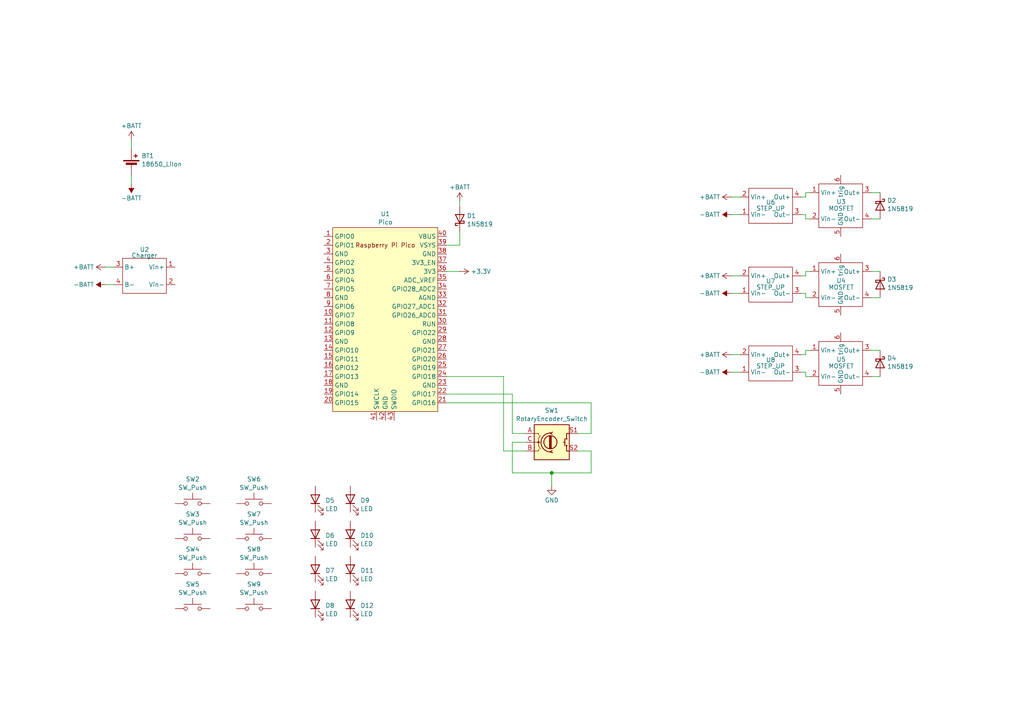
<source format=kicad_sch>
(kicad_sch (version 20231120) (generator "eeschema") (generator_version "8.0")
  (paper "A4")
  (title_block (title "LARS V2") (date "2024-04-01") (rev "1") (comment 1 "https://git.xythobuz.de/thomas/drumkit") (comment 2 "Licensed under the CERN-OHL-S-2.0+") (comment 4 "Copyright (c) 2024 Thomas Buck, Kauzerei"))
  (lib_symbols
    (symbol "Device:Battery_Cell" (pin_numbers hide) (pin_names (offset 0) hide)
      (property "Reference" "BT" (at 2.54 2.54 0))
      (property "Value" "Battery_Cell" (at 2.54 0 0))
      (symbol "Battery_Cell_0_1"
        (rectangle (start -2.286 1.778) (end 2.286 1.524) (fill (type outline)))
        (rectangle (start -1.524 1.016) (end 1.524 0.508) (fill (type outline)))
        (polyline (pts (xy 0 0.762) (xy 0 0)))
        (polyline (pts (xy 0 1.778) (xy 0 2.54)))
        (polyline (pts (xy 0.762 3.048) (xy 1.778 3.048)) (stroke (width 0.254)))
        (polyline (pts (xy 1.27 3.556) (xy 1.27 2.54)) (stroke (width 0.254)))
      )
      (symbol "Battery_Cell_1_1"
        (pin passive line (at 0 5.08 270) (length 2.54) (name "+") (number "1"))
        (pin passive line (at 0 -2.54 90) (length 2.54) (name "-") (number "2"))
      )
    )
    (symbol "Device:LED" (pin_numbers hide) (pin_names (offset 1.016) hide)
      (property "Reference" "D" (at 0 2.54 0))
      (property "Value" "LED" (at 0 -2.54 0))
      (symbol "LED_0_1"
        (polyline (pts (xy -1.27 -1.27) (xy -1.27 1.27)) (stroke (width 0.254)))
        (polyline (pts (xy -1.27 0) (xy 1.27 0)))
        (polyline (pts (xy 1.27 -1.27) (xy 1.27 1.27) (xy -1.27 0) (xy 1.27 -1.27)) (stroke (width 0.254)))
        (polyline (pts (xy -3.048 -0.762) (xy -4.572 -2.286) (xy -3.81 -2.286) (xy -4.572 -2.286) (xy -4.572 -1.524)))
        (polyline (pts (xy -1.778 -0.762) (xy -3.302 -2.286) (xy -2.54 -2.286) (xy -3.302 -2.286) (xy -3.302 -1.524)))
      )
      (symbol "LED_1_1"
        (pin passive line (at -3.81 0 0) (length 2.54) (name "K") (number "1"))
        (pin passive line (at 3.81 0 180) (length 2.54) (name "A") (number "2"))
      )
    )
    (symbol "Device:RotaryEncoder_Switch" (pin_names (offset 0.254) hide)
      (property "Reference" "SW" (at 0 6.604 0))
      (property "Value" "RotaryEncoder_Switch" (at 0 -6.604 0))
      (symbol "RotaryEncoder_Switch_0_1"
        (rectangle (start -5.08 5.08) (end 5.08 -5.08) (stroke (width 0.254)) (fill (type background)))
        (circle (center -3.81 0) (radius 0.254) (fill (type outline)))
        (circle (center -0.381 0) (radius 1.905) (stroke (width 0.254)))
        (arc (start -0.381 2.667) (mid -3.0988 -0.0635) (end -0.381 -2.794) (stroke (width 0.254)))
        (polyline (pts (xy -0.635 -1.778) (xy -0.635 1.778)) (stroke (width 0.254)))
        (polyline (pts (xy -0.381 -1.778) (xy -0.381 1.778)) (stroke (width 0.254)))
        (polyline (pts (xy -0.127 1.778) (xy -0.127 -1.778)) (stroke (width 0.254)))
        (polyline (pts (xy 3.81 0) (xy 3.429 0)) (stroke (width 0.254)))
        (polyline (pts (xy 3.81 1.016) (xy 3.81 -1.016)) (stroke (width 0.254)))
        (polyline (pts (xy -5.08 -2.54) (xy -3.81 -2.54) (xy -3.81 -2.032)))
        (polyline (pts (xy -5.08 2.54) (xy -3.81 2.54) (xy -3.81 2.032)))
        (polyline (pts (xy 0.254 -3.048) (xy -0.508 -2.794) (xy 0.127 -2.413)) (stroke (width 0.254)))
        (polyline (pts (xy 0.254 2.921) (xy -0.508 2.667) (xy 0.127 2.286)) (stroke (width 0.254)))
        (polyline (pts (xy 5.08 -2.54) (xy 4.318 -2.54) (xy 4.318 -1.016)) (stroke (width 0.254)))
        (polyline (pts (xy 5.08 2.54) (xy 4.318 2.54) (xy 4.318 1.016)) (stroke (width 0.254)))
        (polyline (pts (xy -5.08 0) (xy -3.81 0) (xy -3.81 -1.016) (xy -3.302 -2.032)))
        (polyline (pts (xy -4.318 0) (xy -3.81 0) (xy -3.81 1.016) (xy -3.302 2.032)))
        (circle (center 4.318 -1.016) (radius 0.127) (stroke (width 0.254)))
        (circle (center 4.318 1.016) (radius 0.127) (stroke (width 0.254)))
      )
      (symbol "RotaryEncoder_Switch_1_1"
        (pin passive line (at -7.62 2.54 0) (length 2.54) (name "A") (number "A"))
        (pin passive line (at -7.62 -2.54 0) (length 2.54) (name "B") (number "B"))
        (pin passive line (at -7.62 0 0) (length 2.54) (name "C") (number "C"))
        (pin passive line (at 7.62 2.54 180) (length 2.54) (name "S1") (number "S1"))
        (pin passive line (at 7.62 -2.54 180) (length 2.54) (name "S2") (number "S2"))
      )
    )
    (symbol "Diode:1N5819" (pin_numbers hide) (pin_names (offset 1.016) hide)
      (property "Reference" "D" (at 0 2.54 0))
      (property "Value" "1N5819" (at 0 -2.54 0))
      (symbol "1N5819_0_1"
        (polyline (pts (xy 1.27 0) (xy -1.27 0)))
        (polyline (pts (xy 1.27 1.27) (xy 1.27 -1.27) (xy -1.27 0) (xy 1.27 1.27)) (stroke (width 0.254)))
        (polyline (pts (xy -1.905 0.635) (xy -1.905 1.27) (xy -1.27 1.27) (xy -1.27 -1.27) (xy -0.635 -1.27) (xy -0.635 -0.635)) (stroke (width 0.254)))
      )
      (symbol "1N5819_1_1"
        (pin passive line (at -3.81 0 0) (length 2.54) (name "K") (number "1"))
        (pin passive line (at 3.81 0 180) (length 2.54) (name "A") (number "2"))
      )
    )
    (symbol "KiCad-RP-Pico:Pico"
      (property "Reference" "U" (at -13.97 27.94 0))
      (property "Value" "Pico" (at 0 19.05 0))
      (symbol "Pico_0_0"
        (text "Raspberry Pi Pico" (at 0 21.59 0) (effects (font (size 1.27 1.27))))
      )
      (symbol "Pico_0_1"
        (rectangle (start -15.24 26.67) (end 15.24 -26.67) (fill (type background)))
      )
      (symbol "Pico_1_1"
        (pin bidirectional line (at -17.78 24.13 0) (length 2.54) (name "GPIO0") (number "1"))
        (pin bidirectional line (at -17.78 1.27 0) (length 2.54) (name "GPIO7") (number "10"))
        (pin bidirectional line (at -17.78 -1.27 0) (length 2.54) (name "GPIO8") (number "11"))
        (pin bidirectional line (at -17.78 -3.81 0) (length 2.54) (name "GPIO9") (number "12"))
        (pin power_in line (at -17.78 -6.35 0) (length 2.54) (name "GND") (number "13"))
        (pin bidirectional line (at -17.78 -8.89 0) (length 2.54) (name "GPIO10") (number "14"))
        (pin bidirectional line (at -17.78 -11.43 0) (length 2.54) (name "GPIO11") (number "15"))
        (pin bidirectional line (at -17.78 -13.97 0) (length 2.54) (name "GPIO12") (number "16"))
        (pin bidirectional line (at -17.78 -16.51 0) (length 2.54) (name "GPIO13") (number "17"))
        (pin power_in line (at -17.78 -19.05 0) (length 2.54) (name "GND") (number "18"))
        (pin bidirectional line (at -17.78 -21.59 0) (length 2.54) (name "GPIO14") (number "19"))
        (pin bidirectional line (at -17.78 21.59 0) (length 2.54) (name "GPIO1") (number "2"))
        (pin bidirectional line (at -17.78 -24.13 0) (length 2.54) (name "GPIO15") (number "20"))
        (pin bidirectional line (at 17.78 -24.13 180) (length 2.54) (name "GPIO16") (number "21"))
        (pin bidirectional line (at 17.78 -21.59 180) (length 2.54) (name "GPIO17") (number "22"))
        (pin power_in line (at 17.78 -19.05 180) (length 2.54) (name "GND") (number "23"))
        (pin bidirectional line (at 17.78 -16.51 180) (length 2.54) (name "GPIO18") (number "24"))
        (pin bidirectional line (at 17.78 -13.97 180) (length 2.54) (name "GPIO19") (number "25"))
        (pin bidirectional line (at 17.78 -11.43 180) (length 2.54) (name "GPIO20") (number "26"))
        (pin bidirectional line (at 17.78 -8.89 180) (length 2.54) (name "GPIO21") (number "27"))
        (pin power_in line (at 17.78 -6.35 180) (length 2.54) (name "GND") (number "28"))
        (pin bidirectional line (at 17.78 -3.81 180) (length 2.54) (name "GPIO22") (number "29"))
        (pin power_in line (at -17.78 19.05 0) (length 2.54) (name "GND") (number "3"))
        (pin input line (at 17.78 -1.27 180) (length 2.54) (name "RUN") (number "30"))
        (pin bidirectional line (at 17.78 1.27 180) (length 2.54) (name "GPIO26_ADC0") (number "31"))
        (pin bidirectional line (at 17.78 3.81 180) (length 2.54) (name "GPIO27_ADC1") (number "32"))
        (pin power_in line (at 17.78 6.35 180) (length 2.54) (name "AGND") (number "33"))
        (pin bidirectional line (at 17.78 8.89 180) (length 2.54) (name "GPIO28_ADC2") (number "34"))
        (pin input line (at 17.78 11.43 180) (length 2.54) (name "ADC_VREF") (number "35"))
        (pin power_out line (at 17.78 13.97 180) (length 2.54) (name "3V3") (number "36"))
        (pin input line (at 17.78 16.51 180) (length 2.54) (name "3V3_EN") (number "37"))
        (pin power_in line (at 17.78 19.05 180) (length 2.54) (name "GND") (number "38"))
        (pin power_in line (at 17.78 21.59 180) (length 2.54) (name "VSYS") (number "39"))
        (pin bidirectional line (at -17.78 16.51 0) (length 2.54) (name "GPIO2") (number "4"))
        (pin power_in line (at 17.78 24.13 180) (length 2.54) (name "VBUS") (number "40"))
        (pin input line (at -2.54 -29.21 90) (length 2.54) (name "SWCLK") (number "41"))
        (pin power_in line (at 0 -29.21 90) (length 2.54) (name "GND") (number "42"))
        (pin bidirectional line (at 2.54 -29.21 90) (length 2.54) (name "SWDIO") (number "43"))
        (pin bidirectional line (at -17.78 13.97 0) (length 2.54) (name "GPIO3") (number "5"))
        (pin bidirectional line (at -17.78 11.43 0) (length 2.54) (name "GPIO4") (number "6"))
        (pin bidirectional line (at -17.78 8.89 0) (length 2.54) (name "GPIO5") (number "7"))
        (pin power_in line (at -17.78 6.35 0) (length 2.54) (name "GND") (number "8"))
        (pin bidirectional line (at -17.78 3.81 0) (length 2.54) (name "GPIO6") (number "9"))
      )
    )
    (symbol "Switch:SW_Push" (pin_numbers hide) (pin_names (offset 1.016) hide)
      (property "Reference" "SW" (at 1.27 2.54 0))
      (property "Value" "SW_Push" (at 0 -1.524 0))
      (symbol "SW_Push_0_1"
        (circle (center -2.032 0) (radius 0.508))
        (polyline (pts (xy 0 1.27) (xy 0 3.048)))
        (polyline (pts (xy 2.54 1.27) (xy -2.54 1.27)))
        (circle (center 2.032 0) (radius 0.508))
        (pin passive line (at -5.08 0 0) (length 2.54) (name "1") (number "1"))
        (pin passive line (at 5.08 0 180) (length 2.54) (name "2") (number "2"))
      )
    )
    (symbol "chinese_modules:charger"
      (property "Reference" "U" (at 0 0 0))
      (symbol "charger_0_1"
        (rectangle (start -6.35 5.08) (end 6.35 -5.08))
      )
      (symbol "charger_1_1"
        (pin input line (at 8.89 2.54 180) (length 2.54) (name "Vin+") (number "1"))
        (pin input line (at 8.89 -2.54 180) (length 2.54) (name "Vin-") (number "2"))
        (pin input line (at -8.89 2.54 0) (length 2.54) (name "B+") (number "3"))
        (pin input line (at -8.89 -2.54 0) (length 2.54) (name "B-") (number "4"))
      )
    )
    (symbol "chinese_modules:dc-dc"
      (property "Reference" "U6" (at 0 1.016 0))
      (property "Value" "STEP_UP" (at 0 -0.762 0))
      (symbol "dc-dc_0_1"
        (rectangle (start -6.35 5.08) (end 6.35 -5.08))
      )
      (symbol "dc-dc_1_1"
        (pin power_in line (at -8.89 -2.54 0) (length 2.54) (name "Vin-") (number "1"))
        (pin power_in line (at -8.89 2.54 0) (length 2.54) (name "Vin+") (number "2"))
        (pin power_out line (at 8.89 -2.54 180) (length 2.54) (name "Out-") (number "3"))
        (pin power_out line (at 8.89 2.54 180) (length 2.54) (name "Out+") (number "4"))
      )
    )
    (symbol "chinese_modules:xy-mos"
      (property "Reference" "U3" (at -1.27 1.1734 0))
      (property "Value" "~" (at -0.508 -0.508 0))
      (symbol "xy-mos_0_1"
        (rectangle (start -6.35 6.35) (end 6.35 -6.35))
      )
      (symbol "xy-mos_1_1"
        (pin power_in line (at -8.89 3.81 0) (length 2.54) (name "Vin+") (number "1"))
        (pin power_in line (at -8.89 -3.81 0) (length 2.54) (name "Vin-") (number "2"))
        (pin power_out line (at 8.89 3.81 180) (length 2.54) (name "Out+") (number "3"))
        (pin power_out line (at 8.89 -3.81 180) (length 2.54) (name "Out-") (number "4"))
        (pin input line (at 0 -8.89 90) (length 2.54) (name "GND") (number "5"))
        (pin input line (at 0 8.89 270) (length 2.54) (name "trig") (number "6"))
      )
    )
    (symbol "dc-dc_1"
      (property "Reference" "U8" (at 0 1.016 0))
      (property "Value" "STEP_UP" (at 0 -0.762 0))
      (symbol "dc-dc_1_0_1"
        (rectangle (start -6.35 5.08) (end 6.35 -5.08))
      )
      (symbol "dc-dc_1_1_1"
        (pin power_in line (at -8.89 -2.54 0) (length 2.54) (name "Vin-") (number "1"))
        (pin power_in line (at -8.89 2.54 0) (length 2.54) (name "Vin+") (number "2"))
        (pin power_out line (at 8.89 -2.54 180) (length 2.54) (name "Out-") (number "3"))
        (pin power_out line (at 8.89 2.54 180) (length 2.54) (name "Out+") (number "4"))
      )
    )
    (symbol "dc-dc_2"
      (property "Reference" "U7" (at 0 1.016 0))
      (property "Value" "STEP_UP" (at 0 -0.762 0))
      (symbol "dc-dc_2_0_1"
        (rectangle (start -6.35 5.08) (end 6.35 -5.08))
      )
      (symbol "dc-dc_2_1_1"
        (pin power_in line (at -8.89 -2.54 0) (length 2.54) (name "Vin-") (number "1"))
        (pin power_in line (at -8.89 2.54 0) (length 2.54) (name "Vin+") (number "2"))
        (pin power_out line (at 8.89 -2.54 180) (length 2.54) (name "Out-") (number "3"))
        (pin power_out line (at 8.89 2.54 180) (length 2.54) (name "Out+") (number "4"))
      )
    )
    (symbol "power:+3.3V" (power) (pin_numbers hide) (pin_names (offset 0) hide)
      (property "Value" "+3.3V" (at 0 3.556 0))
      (symbol "+3.3V_0_1"
        (polyline (pts (xy -0.762 1.27) (xy 0 2.54)))
        (polyline (pts (xy 0 0) (xy 0 2.54)))
        (polyline (pts (xy 0 2.54) (xy 0.762 1.27)))
      )
      (symbol "+3.3V_1_1"
        (pin power_in line (at 0 0 90) (length 0) (name "~") (number "1"))
      )
    )
    (symbol "power:+BATT" (power) (pin_numbers hide) (pin_names (offset 0) hide)
      (property "Value" "+BATT" (at 0 3.556 0))
      (symbol "+BATT_0_1"
        (polyline (pts (xy -0.762 1.27) (xy 0 2.54)))
        (polyline (pts (xy 0 0) (xy 0 2.54)))
        (polyline (pts (xy 0 2.54) (xy 0.762 1.27)))
      )
      (symbol "+BATT_1_1"
        (pin power_in line (at 0 0 90) (length 0) (name "~") (number "1"))
      )
    )
    (symbol "power:-BATT" (power) (pin_numbers hide) (pin_names (offset 0) hide)
      (property "Value" "-BATT" (at 0 3.556 0))
      (symbol "-BATT_0_1"
        (polyline (pts (xy 0 0) (xy 0 2.54)))
        (polyline (pts (xy 0.762 1.27) (xy -0.762 1.27) (xy 0 2.54) (xy 0.762 1.27)) (fill (type outline)))
      )
      (symbol "-BATT_1_1"
        (pin power_in line (at 0 0 90) (length 0) (name "~") (number "1"))
      )
    )
    (symbol "power:GND" (power) (pin_numbers hide) (pin_names (offset 0) hide)
      (property "Value" "GND" (at 0 -3.81 0))
      (symbol "GND_0_1"
        (polyline (pts (xy 0 0) (xy 0 -1.27) (xy 1.27 -1.27) (xy 0 -2.54) (xy -1.27 -1.27) (xy 0 -1.27)))
      )
      (symbol "GND_1_1"
        (pin power_in line (at 0 0 270) (length 0) (name "~") (number "1"))
      )
    )
  )
  (junction (at 160.02 137.16))
  (wire (pts (xy 171.45 130.81) (xy 167.64 130.81)))
  (wire (pts (xy 252.73 86.36) (xy 255.27 86.36)))
  (wire (pts (xy 129.54 109.22) (xy 146.05 109.22)))
  (wire (pts (xy 38.1 40.64) (xy 38.1 43.18)))
  (wire (pts (xy 232.41 62.23) (xy 233.68 62.23)))
  (wire (pts (xy 148.59 125.73) (xy 152.4 125.73)))
  (wire (pts (xy 233.68 62.23) (xy 233.68 63.5)))
  (wire (pts (xy 212.09 102.87) (xy 214.63 102.87)))
  (wire (pts (xy 233.68 78.74) (xy 234.95 78.74)))
  (wire (pts (xy 232.41 85.09) (xy 233.68 85.09)))
  (wire (pts (xy 171.45 137.16) (xy 171.45 130.81)))
  (wire (pts (xy 129.54 78.74) (xy 133.35 78.74)))
  (wire (pts (xy 129.54 114.3) (xy 148.59 114.3)))
  (wire (pts (xy 30.48 77.47) (xy 33.02 77.47)))
  (wire (pts (xy 252.73 78.74) (xy 255.27 78.74)))
  (wire (pts (xy 160.02 137.16) (xy 160.02 140.97)))
  (wire (pts (xy 252.73 55.88) (xy 255.27 55.88)))
  (wire (pts (xy 171.45 125.73) (xy 167.64 125.73)))
  (wire (pts (xy 232.41 102.87) (xy 233.68 102.87)))
  (wire (pts (xy 146.05 130.81) (xy 152.4 130.81)))
  (wire (pts (xy 38.1 50.8) (xy 38.1 53.34)))
  (wire (pts (xy 233.68 55.88) (xy 234.95 55.88)))
  (wire (pts (xy 212.09 107.95) (xy 214.63 107.95)))
  (wire (pts (xy 233.68 63.5) (xy 234.95 63.5)))
  (wire (pts (xy 233.68 101.6) (xy 234.95 101.6)))
  (wire (pts (xy 152.4 128.27) (xy 148.59 128.27)))
  (wire (pts (xy 133.35 71.12) (xy 133.35 67.31)))
  (wire (pts (xy 232.41 80.01) (xy 233.68 80.01)))
  (wire (pts (xy 133.35 58.42) (xy 133.35 59.69)))
  (wire (pts (xy 252.73 63.5) (xy 255.27 63.5)))
  (wire (pts (xy 233.68 80.01) (xy 233.68 78.74)))
  (wire (pts (xy 212.09 80.01) (xy 214.63 80.01)))
  (wire (pts (xy 148.59 128.27) (xy 148.59 137.16)))
  (wire (pts (xy 160.02 137.16) (xy 171.45 137.16)))
  (wire (pts (xy 233.68 57.15) (xy 233.68 55.88)))
  (wire (pts (xy 232.41 57.15) (xy 233.68 57.15)))
  (wire (pts (xy 233.68 85.09) (xy 233.68 86.36)))
  (wire (pts (xy 233.68 102.87) (xy 233.68 101.6)))
  (wire (pts (xy 252.73 109.22) (xy 255.27 109.22)))
  (wire (pts (xy 233.68 109.22) (xy 234.95 109.22)))
  (wire (pts (xy 171.45 116.84) (xy 171.45 125.73)))
  (wire (pts (xy 212.09 85.09) (xy 214.63 85.09)))
  (wire (pts (xy 148.59 137.16) (xy 160.02 137.16)))
  (wire (pts (xy 148.59 114.3) (xy 148.59 125.73)))
  (wire (pts (xy 30.48 82.55) (xy 33.02 82.55)))
  (wire (pts (xy 233.68 86.36) (xy 234.95 86.36)))
  (wire (pts (xy 233.68 107.95) (xy 233.68 109.22)))
  (wire (pts (xy 129.54 116.84) (xy 171.45 116.84)))
  (wire (pts (xy 129.54 71.12) (xy 133.35 71.12)))
  (wire (pts (xy 146.05 109.22) (xy 146.05 130.81)))
  (wire (pts (xy 252.73 101.6) (xy 255.27 101.6)))
  (wire (pts (xy 212.09 57.15) (xy 214.63 57.15)))
  (wire (pts (xy 232.41 107.95) (xy 233.68 107.95)))
  (wire (pts (xy 212.09 62.23) (xy 214.63 62.23)))
  (symbol (lib_id "power:+BATT") (at 212.09 57.15 90) (unit 1)
    (property "Reference" "#PWR011" (effects (hide yes)))
    (property "Value" "+BATT" (at 208.915 57.15 90) (effects (justify left)))
    (property "Description" "Power symbol creates a global label with name \"+BATT\"" (effects (hide yes)))
  )
  (symbol (lib_id "Device:LED") (at 101.6 165.1 90) (unit 1)
    (property "Reference" "D11" (at 104.521 165.4753 90) (effects (justify right)))
    (property "Value" "LED" (at 104.521 167.8996 90) (effects (justify right)))
    (property "Footprint" "LED_THT:LED_D5.0mm" (effects (hide yes)))
    (property "Description" "Light emitting diode" (effects (hide yes)))
  )
  (symbol (lib_id "chinese_modules:xy-mos") (at 243.84 59.69 0) (unit 1)
    (property "Reference" "U3" (at 242.57 58.5166 0) (effects (justify left)))
    (property "Value" "MOSFET" (at 240.284 60.452 0) (effects (justify left)))
    (property "Footprint" "chinese_modules:xy-mos" (effects (hide yes)))
  )
  (symbol (lib_id "Diode:1N5819") (at 255.27 82.55 270) (unit 1)
    (property "Reference" "D3" (at 257.302 81.0203 90) (effects (justify left)))
    (property "Value" "1N5819" (at 257.302 83.4446 90) (effects (justify left)))
    (property "Footprint" "Diode_THT:D_DO-41_SOD81_P10.16mm_Horizontal" (effects (hide yes)))
    (property "Datasheet" "http://www.vishay.com/docs/88525/1n5817.pdf" (effects (hide yes)))
    (property "Description" "40V 1A Schottky Barrier Rectifier Diode, DO-41" (effects (hide yes)))
  )
  (symbol (lib_id "chinese_modules:dc-dc") (at 223.52 59.69 0) (unit 1)
    (property "Reference" "U6" (at 223.52 58.674 0))
    (property "Value" "STEP_UP" (at 223.52 60.452 0))
    (property "Footprint" "chinese_modules:dc-dc module" (effects (hide yes)))
  )
  (symbol (lib_id "power:+BATT") (at 30.48 77.47 90) (unit 1)
    (property "Reference" "#PWR07" (effects (hide yes)))
    (property "Value" "+BATT" (at 27.305 77.47 90) (effects (justify left)))
    (property "Description" "Power symbol creates a global label with name \"+BATT\"" (effects (hide yes)))
  )
  (symbol (lib_id "Device:LED") (at 91.44 154.94 90) (unit 1)
    (property "Reference" "D6" (at 94.361 155.3153 90) (effects (justify right)))
    (property "Value" "LED" (at 94.361 157.7396 90) (effects (justify right)))
    (property "Footprint" "LED_THT:LED_D5.0mm" (effects (hide yes)))
    (property "Description" "Light emitting diode" (effects (hide yes)))
  )
  (symbol (lib_id "Switch:SW_Push") (at 55.88 156.21 0) (unit 1)
    (property "Reference" "SW3" (at 55.88 149.1445 0))
    (property "Value" "SW_Push" (at 55.88 151.5688 0))
    (property "Footprint" "Button_Switch_THT:SW_PUSH_6mm_H5mm" (effects (hide yes)))
    (property "Description" "Push button switch, generic, two pins" (effects (hide yes)))
  )
  (symbol (lib_id "Switch:SW_Push") (at 73.66 156.21 0) (unit 1)
    (property "Reference" "SW7" (at 73.66 149.1445 0))
    (property "Value" "SW_Push" (at 73.66 151.5688 0))
    (property "Footprint" "Button_Switch_THT:SW_PUSH_6mm_H5mm" (effects (hide yes)))
    (property "Description" "Push button switch, generic, two pins" (effects (hide yes)))
  )
  (symbol (lib_id "Switch:SW_Push") (at 73.66 146.05 0) (unit 1)
    (property "Reference" "SW6" (at 73.66 138.9845 0))
    (property "Value" "SW_Push" (at 73.66 141.4088 0))
    (property "Footprint" "Button_Switch_THT:SW_PUSH_6mm_H5mm" (effects (hide yes)))
    (property "Description" "Push button switch, generic, two pins" (effects (hide yes)))
  )
  (symbol (lib_id "power:-BATT") (at 212.09 107.95 90) (unit 1)
    (property "Reference" "#PWR08" (effects (hide yes)))
    (property "Value" "-BATT" (at 208.915 107.95 90) (effects (justify left)))
    (property "Description" "Power symbol creates a global label with name \"-BATT\"" (effects (hide yes)))
  )
  (symbol (lib_name "dc-dc_1") (lib_id "chinese_modules:dc-dc") (at 223.52 105.41 0) (unit 1)
    (property "Reference" "U8" (at 223.52 104.394 0))
    (property "Value" "STEP_UP" (at 223.52 106.172 0))
    (property "Footprint" "chinese_modules:dc-dc module" (effects (hide yes)))
  )
  (symbol (lib_id "power:GND") (at 160.02 140.97 0) (unit 1)
    (property "Reference" "#PWR03" (effects (hide yes)))
    (property "Value" "GND" (at 160.02 145.1031 0))
    (property "Description" "Power symbol creates a global label with name \"GND\" , ground" (effects (hide yes)))
  )
  (symbol (lib_id "chinese_modules:charger") (at 41.91 80.01 0) (unit 1)
    (property "Reference" "U2" (at 41.91 72.3985 0))
    (property "Value" "Charger" (at 41.91 74.0799 0))
    (property "Footprint" "chinese_modules:charger" (effects (hide yes)))
  )
  (symbol (lib_id "power:-BATT") (at 212.09 62.23 90) (unit 1)
    (property "Reference" "#PWR010" (effects (hide yes)))
    (property "Value" "-BATT" (at 208.915 62.23 90) (effects (justify left)))
    (property "Description" "Power symbol creates a global label with name \"-BATT\"" (effects (hide yes)))
  )
  (symbol (lib_id "Device:LED") (at 101.6 144.78 90) (unit 1)
    (property "Reference" "D9" (at 104.521 145.1553 90) (effects (justify right)))
    (property "Value" "LED" (at 104.521 147.5796 90) (effects (justify right)))
    (property "Footprint" "LED_THT:LED_D5.0mm" (effects (hide yes)))
    (property "Description" "Light emitting diode" (effects (hide yes)))
  )
  (symbol (lib_id "power:+BATT") (at 133.35 58.42 0) (unit 1)
    (property "Reference" "#PWR01" (effects (hide yes)))
    (property "Value" "+BATT" (at 133.35 54.2869 0))
    (property "Description" "Power symbol creates a global label with name \"+BATT\"" (effects (hide yes)))
  )
  (symbol (lib_id "Switch:SW_Push") (at 55.88 146.05 0) (unit 1)
    (property "Reference" "SW2" (at 55.88 138.9845 0))
    (property "Value" "SW_Push" (at 55.88 141.4088 0))
    (property "Footprint" "Button_Switch_THT:SW_PUSH_6mm_H5mm" (effects (hide yes)))
    (property "Description" "Push button switch, generic, two pins" (effects (hide yes)))
  )
  (symbol (lib_id "Device:LED") (at 101.6 154.94 90) (unit 1)
    (property "Reference" "D10" (at 104.521 155.3153 90) (effects (justify right)))
    (property "Value" "LED" (at 104.521 157.7396 90) (effects (justify right)))
    (property "Footprint" "LED_THT:LED_D5.0mm" (effects (hide yes)))
    (property "Description" "Light emitting diode" (effects (hide yes)))
  )
  (symbol (lib_id "chinese_modules:xy-mos") (at 243.84 82.55 0) (unit 1)
    (property "Reference" "U4" (at 242.57 81.3766 0) (effects (justify left)))
    (property "Value" "MOSFET" (at 240.284 83.312 0) (effects (justify left)))
    (property "Footprint" "chinese_modules:xy-mos" (effects (hide yes)))
  )
  (symbol (lib_id "Diode:1N5819") (at 255.27 59.69 270) (unit 1)
    (property "Reference" "D2" (at 257.302 58.1603 90) (effects (justify left)))
    (property "Value" "1N5819" (at 257.302 60.5846 90) (effects (justify left)))
    (property "Footprint" "Diode_THT:D_DO-41_SOD81_P10.16mm_Horizontal" (effects (hide yes)))
    (property "Datasheet" "http://www.vishay.com/docs/88525/1n5817.pdf" (effects (hide yes)))
    (property "Description" "40V 1A Schottky Barrier Rectifier Diode, DO-41" (effects (hide yes)))
  )
  (symbol (lib_id "power:+BATT") (at 212.09 80.01 90) (unit 1)
    (property "Reference" "#PWR012" (effects (hide yes)))
    (property "Value" "+BATT" (at 208.915 80.01 90) (effects (justify left)))
    (property "Description" "Power symbol creates a global label with name \"+BATT\"" (effects (hide yes)))
  )
  (symbol (lib_id "power:+BATT") (at 38.1 40.64 0) (unit 1)
    (property "Reference" "#PWR04" (effects (hide yes)))
    (property "Value" "+BATT" (at 38.1 36.5069 0))
    (property "Description" "Power symbol creates a global label with name \"+BATT\"" (effects (hide yes)))
  )
  (symbol (lib_id "Device:LED") (at 91.44 144.78 90) (unit 1)
    (property "Reference" "D5" (at 94.361 145.1553 90) (effects (justify right)))
    (property "Value" "LED" (at 94.361 147.5796 90) (effects (justify right)))
    (property "Footprint" "LED_THT:LED_D5.0mm" (effects (hide yes)))
    (property "Description" "Light emitting diode" (effects (hide yes)))
  )
  (symbol (lib_id "Device:Battery_Cell") (at 38.1 48.26 0) (unit 1)
    (property "Reference" "BT1" (at 41.021 45.2063 0) (effects (justify left)))
    (property "Value" "18650_LiIon" (at 41.021 47.6306 0) (effects (justify left)))
    (property "Footprint" "Battery:BatteryHolder_Keystone_1042_1x18650" (effects (hide yes)))
    (property "Description" "Single-cell battery" (effects (hide yes)))
  )
  (symbol (lib_id "Diode:1N5819") (at 133.35 63.5 90) (unit 1)
    (property "Reference" "D1" (at 135.382 62.6053 90) (effects (justify right)))
    (property "Value" "1N5819" (at 135.382 65.0296 90) (effects (justify right)))
    (property "Footprint" "Diode_THT:D_DO-41_SOD81_P10.16mm_Horizontal" (effects (hide yes)))
    (property "Datasheet" "http://www.vishay.com/docs/88525/1n5817.pdf" (effects (hide yes)))
    (property "Description" "40V 1A Schottky Barrier Rectifier Diode, DO-41" (effects (hide yes)))
  )
  (symbol (lib_id "Device:LED") (at 91.44 175.26 90) (unit 1)
    (property "Reference" "D8" (at 94.361 175.6353 90) (effects (justify right)))
    (property "Value" "LED" (at 94.361 178.0596 90) (effects (justify right)))
    (property "Footprint" "LED_THT:LED_D5.0mm" (effects (hide yes)))
    (property "Description" "Light emitting diode" (effects (hide yes)))
  )
  (symbol (lib_id "power:-BATT") (at 30.48 82.55 90) (unit 1)
    (property "Reference" "#PWR06" (effects (hide yes)))
    (property "Value" "-BATT" (at 27.305 82.55 90) (effects (justify left)))
    (property "Description" "Power symbol creates a global label with name \"-BATT\"" (effects (hide yes)))
  )
  (symbol (lib_id "power:-BATT") (at 38.1 53.34 180) (unit 1)
    (property "Reference" "#PWR05" (effects (hide yes)))
    (property "Value" "-BATT" (at 38.1 57.4731 0))
    (property "Description" "Power symbol creates a global label with name \"-BATT\"" (effects (hide yes)))
  )
  (symbol (lib_id "Device:LED") (at 101.6 175.26 90) (unit 1)
    (property "Reference" "D12" (at 104.521 175.6353 90) (effects (justify right)))
    (property "Value" "LED" (at 104.521 178.0596 90) (effects (justify right)))
    (property "Footprint" "LED_THT:LED_D5.0mm" (effects (hide yes)))
    (property "Description" "Light emitting diode" (effects (hide yes)))
  )
  (symbol (lib_id "Device:LED") (at 91.44 165.1 90) (unit 1)
    (property "Reference" "D7" (at 94.361 165.4753 90) (effects (justify right)))
    (property "Value" "LED" (at 94.361 167.8996 90) (effects (justify right)))
    (property "Footprint" "LED_THT:LED_D5.0mm" (effects (hide yes)))
    (property "Description" "Light emitting diode" (effects (hide yes)))
  )
  (symbol (lib_id "KiCad-RP-Pico:Pico") (at 111.76 92.71 0) (unit 1)
    (property "Reference" "U1" (at 111.76 62.0225 0))
    (property "Value" "Pico" (at 111.76 64.4468 0))
    (property "Footprint" "MCU_RaspberryPi_and_Boards:RPi_Pico_SMD_TH" (effects (hide yes)))
  )
  (symbol (lib_id "power:+3.3V") (at 133.35 78.74 270) (unit 1)
    (property "Reference" "#PWR02" (effects (hide yes)))
    (property "Value" "+3.3V" (at 136.525 78.74 90) (effects (justify left)))
    (property "Description" "Power symbol creates a global label with name \"+3.3V\"" (effects (hide yes)))
  )
  (symbol (lib_id "Device:RotaryEncoder_Switch") (at 160.02 128.27 0) (unit 1)
    (property "Reference" "SW1" (at 160.02 119.0455 0))
    (property "Value" "RotaryEncoder_Switch" (at 160.02 121.4698 0))
    (property "Footprint" "Rotary_Encoder:RotaryEncoder_Alps_EC12E-Switch_Vertical_H20mm_CircularMountingHoles" (effects (hide yes)))
    (property "Description" "Rotary encoder, dual channel, incremental quadrate outputs, with switch" (effects (hide yes)))
  )
  (symbol (lib_name "dc-dc_2") (lib_id "chinese_modules:dc-dc") (at 223.52 82.55 0) (unit 1)
    (property "Reference" "U7" (at 223.52 81.534 0))
    (property "Value" "STEP_UP" (at 223.52 83.312 0))
    (property "Footprint" "chinese_modules:dc-dc module" (effects (hide yes)))
  )
  (symbol (lib_id "Switch:SW_Push") (at 73.66 166.37 0) (unit 1)
    (property "Reference" "SW8" (at 73.66 159.3045 0))
    (property "Value" "SW_Push" (at 73.66 161.7288 0))
    (property "Footprint" "Button_Switch_THT:SW_PUSH_6mm_H5mm" (effects (hide yes)))
    (property "Description" "Push button switch, generic, two pins" (effects (hide yes)))
  )
  (symbol (lib_id "Switch:SW_Push") (at 73.66 176.53 0) (unit 1)
    (property "Reference" "SW9" (at 73.66 169.4645 0))
    (property "Value" "SW_Push" (at 73.66 171.8888 0))
    (property "Footprint" "Button_Switch_THT:SW_PUSH_6mm_H5mm" (effects (hide yes)))
    (property "Description" "Push button switch, generic, two pins" (effects (hide yes)))
  )
  (symbol (lib_id "Diode:1N5819") (at 255.27 105.41 270) (unit 1)
    (property "Reference" "D4" (at 257.302 103.8803 90) (effects (justify left)))
    (property "Value" "1N5819" (at 257.302 106.3046 90) (effects (justify left)))
    (property "Footprint" "Diode_THT:D_DO-41_SOD81_P10.16mm_Horizontal" (effects (hide yes)))
    (property "Datasheet" "http://www.vishay.com/docs/88525/1n5817.pdf" (effects (hide yes)))
    (property "Description" "40V 1A Schottky Barrier Rectifier Diode, DO-41" (effects (hide yes)))
  )
  (symbol (lib_id "power:+BATT") (at 212.09 102.87 90) (unit 1)
    (property "Reference" "#PWR013" (effects (hide yes)))
    (property "Value" "+BATT" (at 208.915 102.87 90) (effects (justify left)))
    (property "Description" "Power symbol creates a global label with name \"+BATT\"" (effects (hide yes)))
  )
  (symbol (lib_id "Switch:SW_Push") (at 55.88 176.53 0) (unit 1)
    (property "Reference" "SW5" (at 55.88 169.4645 0))
    (property "Value" "SW_Push" (at 55.88 171.8888 0))
    (property "Footprint" "Button_Switch_THT:SW_PUSH_6mm_H5mm" (effects (hide yes)))
    (property "Description" "Push button switch, generic, two pins" (effects (hide yes)))
  )
  (symbol (lib_id "power:-BATT") (at 212.09 85.09 90) (unit 1)
    (property "Reference" "#PWR09" (effects (hide yes)))
    (property "Value" "-BATT" (at 208.915 85.09 90) (effects (justify left)))
    (property "Description" "Power symbol creates a global label with name \"-BATT\"" (effects (hide yes)))
  )
  (symbol (lib_id "chinese_modules:xy-mos") (at 243.84 105.41 0) (unit 1)
    (property "Reference" "U5" (at 242.57 104.2366 0) (effects (justify left)))
    (property "Value" "MOSFET" (at 240.284 106.172 0) (effects (justify left)))
    (property "Footprint" "chinese_modules:xy-mos" (effects (hide yes)))
  )
  (symbol (lib_id "Switch:SW_Push") (at 55.88 166.37 0) (unit 1)
    (property "Reference" "SW4" (at 55.88 159.3045 0))
    (property "Value" "SW_Push" (at 55.88 161.7288 0))
    (property "Footprint" "Button_Switch_THT:SW_PUSH_6mm_H5mm" (effects (hide yes)))
    (property "Description" "Push button switch, generic, two pins" (effects (hide yes)))
  )
)
</source>
